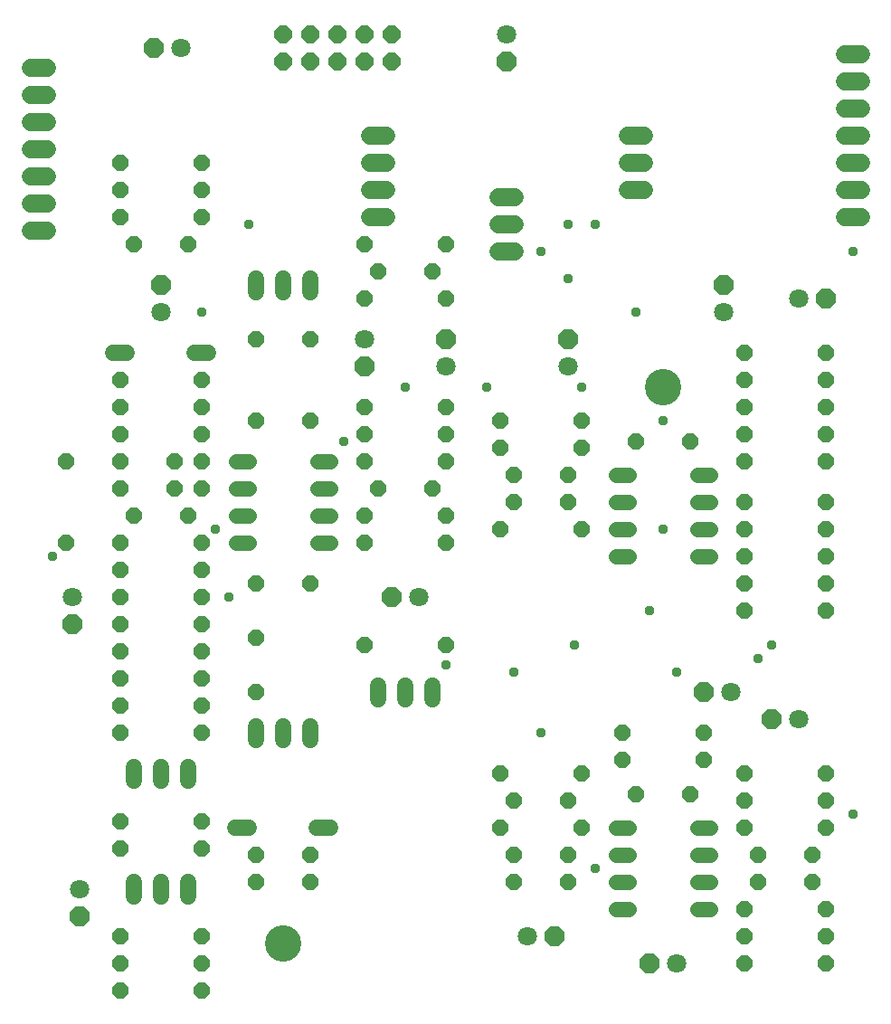
<source format=gbr>
G04 EAGLE Gerber RS-274X export*
G75*
%MOMM*%
%FSLAX34Y34*%
%LPD*%
%INSoldermask Top*%
%IPPOS*%
%AMOC8*
5,1,8,0,0,1.08239X$1,22.5*%
G01*
%ADD10C,3.403600*%
%ADD11C,1.411200*%
%ADD12P,1.649562X8X202.500000*%
%ADD13P,1.649562X8X22.500000*%
%ADD14P,1.951982X8X202.500000*%
%ADD15C,1.803400*%
%ADD16P,1.951982X8X22.500000*%
%ADD17P,1.951982X8X112.500000*%
%ADD18P,1.649562X8X112.500000*%
%ADD19P,1.951982X8X292.500000*%
%ADD20C,1.524000*%
%ADD21P,1.649562X8X292.500000*%
%ADD22C,1.727200*%
%ADD23P,1.759533X8X202.500000*%
%ADD24C,0.959600*%


D10*
X609600Y615950D03*
X254000Y95250D03*
D11*
X565460Y203200D02*
X577540Y203200D01*
X577540Y177800D02*
X565460Y177800D01*
X565460Y152400D02*
X577540Y152400D01*
X577540Y127000D02*
X565460Y127000D01*
X641660Y127000D02*
X653740Y127000D01*
X653740Y152400D02*
X641660Y152400D01*
X641660Y177800D02*
X653740Y177800D01*
X653740Y203200D02*
X641660Y203200D01*
D12*
X647700Y292100D03*
X571500Y292100D03*
X762000Y203200D03*
X685800Y203200D03*
X762000Y228600D03*
X685800Y228600D03*
D13*
X685800Y254000D03*
X762000Y254000D03*
X571500Y266700D03*
X647700Y266700D03*
D14*
X711200Y304800D03*
D15*
X736600Y304800D03*
D14*
X647700Y330200D03*
D15*
X673100Y330200D03*
D12*
X520700Y177800D03*
X469900Y177800D03*
D13*
X469900Y228600D03*
X520700Y228600D03*
D12*
X533400Y254000D03*
X457200Y254000D03*
D13*
X698500Y152400D03*
X749300Y152400D03*
D12*
X749300Y177800D03*
X698500Y177800D03*
X762000Y101600D03*
X685800Y101600D03*
D13*
X685800Y76200D03*
X762000Y76200D03*
D12*
X762000Y127000D03*
X685800Y127000D03*
D16*
X508000Y101600D03*
D15*
X482600Y101600D03*
D14*
X596900Y76200D03*
D15*
X622300Y76200D03*
D12*
X520700Y152400D03*
X469900Y152400D03*
X533400Y203200D03*
X457200Y203200D03*
D11*
X565460Y533400D02*
X577540Y533400D01*
X577540Y508000D02*
X565460Y508000D01*
X565460Y482600D02*
X577540Y482600D01*
X577540Y457200D02*
X565460Y457200D01*
X641660Y457200D02*
X653740Y457200D01*
X653740Y482600D02*
X641660Y482600D01*
X641660Y508000D02*
X653740Y508000D01*
X653740Y533400D02*
X641660Y533400D01*
D12*
X762000Y647700D03*
X685800Y647700D03*
D13*
X685800Y622300D03*
X762000Y622300D03*
X685800Y571500D03*
X762000Y571500D03*
D12*
X762000Y546100D03*
X685800Y546100D03*
D13*
X685800Y596900D03*
X762000Y596900D03*
D17*
X666750Y711200D03*
D15*
X666750Y685800D03*
D16*
X762000Y698500D03*
D15*
X736600Y698500D03*
D12*
X520700Y508000D03*
X469900Y508000D03*
D13*
X469900Y533400D03*
X520700Y533400D03*
X457200Y558800D03*
X533400Y558800D03*
D12*
X533400Y482600D03*
X457200Y482600D03*
D13*
X685800Y508000D03*
X762000Y508000D03*
D17*
X520700Y660400D03*
D15*
X520700Y635000D03*
D13*
X457200Y584200D03*
X533400Y584200D03*
D12*
X762000Y482600D03*
X685800Y482600D03*
D13*
X685800Y457200D03*
X762000Y457200D03*
X685800Y431800D03*
X762000Y431800D03*
X685800Y406400D03*
X762000Y406400D03*
X101600Y596900D03*
X177800Y596900D03*
X101600Y419100D03*
X177800Y419100D03*
X101600Y469900D03*
X177800Y469900D03*
D12*
X177800Y444500D03*
X101600Y444500D03*
D18*
X50800Y469900D03*
X50800Y546100D03*
D19*
X57150Y393700D03*
D15*
X57150Y419100D03*
D11*
X209860Y546100D02*
X221940Y546100D01*
X221940Y520700D02*
X209860Y520700D01*
X209860Y495300D02*
X221940Y495300D01*
X221940Y469900D02*
X209860Y469900D01*
X286060Y469900D02*
X298140Y469900D01*
X298140Y495300D02*
X286060Y495300D01*
X286060Y520700D02*
X298140Y520700D01*
X298140Y546100D02*
X286060Y546100D01*
D18*
X177800Y520700D03*
X177800Y546100D03*
D12*
X152400Y520700D03*
X101600Y520700D03*
D13*
X101600Y546100D03*
X152400Y546100D03*
D20*
X165100Y152654D02*
X165100Y139446D01*
X114300Y139446D02*
X114300Y152654D01*
X139700Y152654D02*
X139700Y139446D01*
D13*
X101600Y101600D03*
X177800Y101600D03*
X114300Y495300D03*
X165100Y495300D03*
D20*
X165100Y260604D02*
X165100Y247396D01*
X114300Y247396D02*
X114300Y260604D01*
X139700Y260604D02*
X139700Y247396D01*
D12*
X177800Y184150D03*
X101600Y184150D03*
X177800Y76200D03*
X101600Y76200D03*
D19*
X63500Y120650D03*
D15*
X63500Y146050D03*
D13*
X101600Y209550D03*
X177800Y209550D03*
X101600Y368300D03*
X177800Y368300D03*
D12*
X177800Y622300D03*
X101600Y622300D03*
D20*
X171196Y647700D02*
X184404Y647700D01*
X108204Y647700D02*
X94996Y647700D01*
D19*
X330200Y635000D03*
D15*
X330200Y660400D03*
D13*
X330200Y698500D03*
X406400Y698500D03*
D12*
X406400Y749300D03*
X330200Y749300D03*
D20*
X298704Y203200D02*
X285496Y203200D01*
X222504Y203200D02*
X209296Y203200D01*
D13*
X342900Y723900D03*
X393700Y723900D03*
D20*
X279400Y298704D02*
X279400Y285496D01*
X228600Y285496D02*
X228600Y298704D01*
X254000Y298704D02*
X254000Y285496D01*
D13*
X228600Y152400D03*
X279400Y152400D03*
X101600Y292100D03*
X177800Y292100D03*
X228600Y431800D03*
X279400Y431800D03*
X101600Y393700D03*
X177800Y393700D03*
D12*
X279400Y177800D03*
X228600Y177800D03*
X279400Y660400D03*
X228600Y660400D03*
D21*
X228600Y381000D03*
X228600Y330200D03*
D20*
X279400Y704596D02*
X279400Y717804D01*
X228600Y717804D02*
X228600Y704596D01*
X254000Y704596D02*
X254000Y717804D01*
D13*
X101600Y342900D03*
X177800Y342900D03*
D12*
X177800Y317500D03*
X101600Y317500D03*
D13*
X101600Y825500D03*
X177800Y825500D03*
D12*
X165100Y749300D03*
X114300Y749300D03*
D13*
X101600Y774700D03*
X177800Y774700D03*
D17*
X139700Y711200D03*
D15*
X139700Y685800D03*
D13*
X101600Y571500D03*
X177800Y571500D03*
D12*
X177800Y50800D03*
X101600Y50800D03*
D13*
X101600Y800100D03*
X177800Y800100D03*
X342900Y520700D03*
X393700Y520700D03*
D14*
X355600Y419100D03*
D15*
X381000Y419100D03*
D12*
X406400Y495300D03*
X330200Y495300D03*
D20*
X368300Y336804D02*
X368300Y323596D01*
X393700Y323596D02*
X393700Y336804D01*
X342900Y336804D02*
X342900Y323596D01*
D13*
X330200Y546100D03*
X406400Y546100D03*
D12*
X406400Y374650D03*
X330200Y374650D03*
D13*
X330200Y469900D03*
X406400Y469900D03*
X330200Y571500D03*
X406400Y571500D03*
D12*
X406400Y596900D03*
X330200Y596900D03*
D17*
X406400Y660400D03*
D15*
X406400Y635000D03*
D12*
X279400Y584200D03*
X228600Y584200D03*
X635000Y234950D03*
X584200Y234950D03*
X635000Y565150D03*
X584200Y565150D03*
D22*
X779780Y774700D02*
X795020Y774700D01*
X795020Y800100D02*
X779780Y800100D01*
X779780Y825500D02*
X795020Y825500D01*
X795020Y850900D02*
X779780Y850900D01*
X33020Y914400D02*
X17780Y914400D01*
X17780Y889000D02*
X33020Y889000D01*
X33020Y863600D02*
X17780Y863600D01*
X17780Y838200D02*
X33020Y838200D01*
X33020Y812800D02*
X17780Y812800D01*
X17780Y787400D02*
X33020Y787400D01*
X33020Y762000D02*
X17780Y762000D01*
X779780Y876300D02*
X795020Y876300D01*
X795020Y901700D02*
X779780Y901700D01*
X779780Y927100D02*
X795020Y927100D01*
X350520Y774700D02*
X335280Y774700D01*
X335280Y800100D02*
X350520Y800100D01*
X350520Y825500D02*
X335280Y825500D01*
X335280Y850900D02*
X350520Y850900D01*
X576580Y800100D02*
X591820Y800100D01*
X591820Y825500D02*
X576580Y825500D01*
X576580Y850900D02*
X591820Y850900D01*
X471170Y742950D02*
X455930Y742950D01*
X455930Y768350D02*
X471170Y768350D01*
X471170Y793750D02*
X455930Y793750D01*
D23*
X355600Y946150D03*
X355600Y920750D03*
X330200Y946150D03*
X330200Y920750D03*
X304800Y946150D03*
X304800Y920750D03*
X279400Y946150D03*
X279400Y920750D03*
X254000Y946150D03*
X254000Y920750D03*
D19*
X463550Y920750D03*
D15*
X463550Y946150D03*
D14*
X133350Y933450D03*
D15*
X158750Y933450D03*
D24*
X787400Y742950D03*
X311150Y565150D03*
X222250Y768350D03*
X190500Y482600D03*
X622300Y349250D03*
X469900Y349250D03*
X698500Y361950D03*
X546100Y768350D03*
X546100Y165100D03*
X406400Y355600D03*
X647700Y533400D03*
X787400Y215900D03*
X584200Y685800D03*
X711200Y374650D03*
X527050Y374650D03*
X596900Y406400D03*
X533400Y615950D03*
X609600Y584200D03*
X609600Y482600D03*
X444500Y615950D03*
X368300Y615950D03*
X203200Y419100D03*
X177800Y685800D03*
X495300Y292100D03*
X495300Y742950D03*
X520700Y768350D03*
X520700Y717550D03*
X38100Y457200D03*
M02*

</source>
